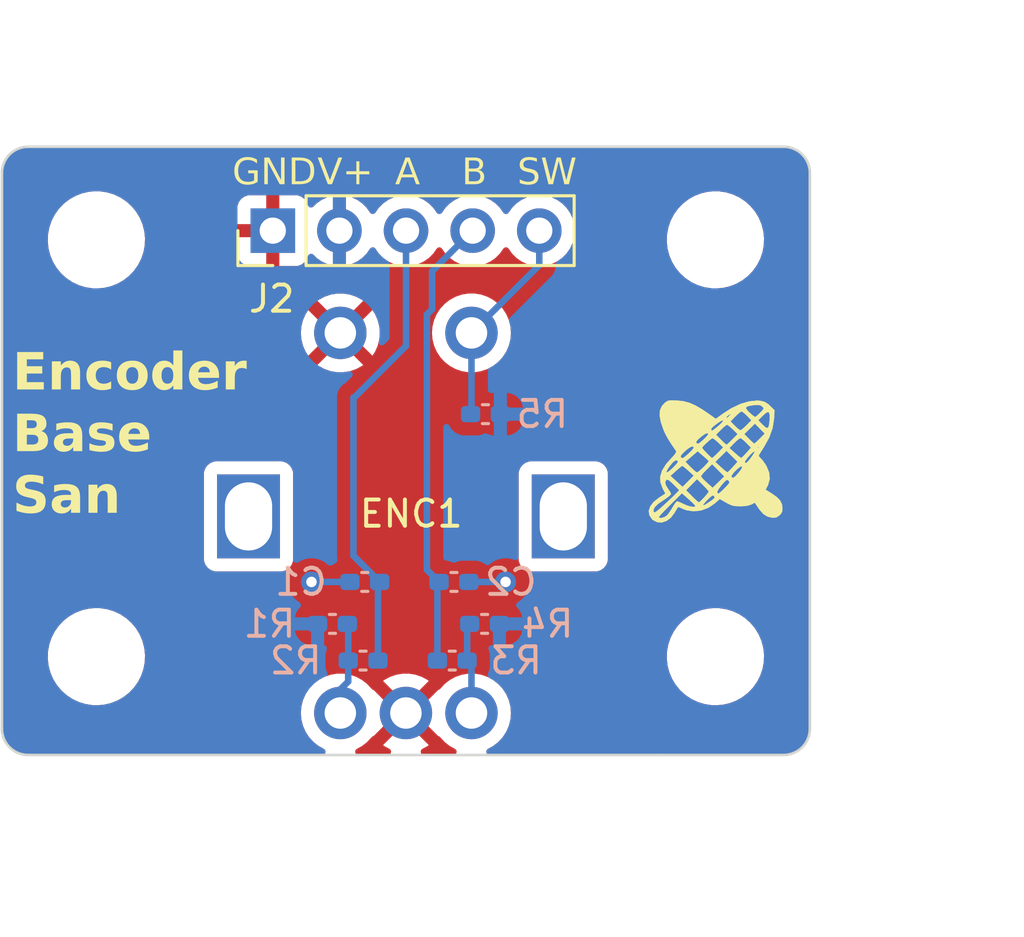
<source format=kicad_pcb>
(kicad_pcb (version 20221018) (generator pcbnew)
  (title_block (title "Encoder Base San") (date "2023-11-19") (rev "20231119") (company "Kinoshita Laboratory"))
  (layers (0 "F.Cu" signal) (31 "B.Cu" signal) (34 "B.Paste" user) (35 "F.Paste" user) (36 "B.SilkS" user "B.Silkscreen") (37 "F.SilkS" user "F.Silkscreen") (38 "B.Mask" user) (39 "F.Mask" user) (44 "Edge.Cuts" user))
  (net 0 "")
  (net 1 "A")
  (net 2 "GND")
  (net 3 "B")
  (net 4 "VCC1")
  (net 5 "Net-(ENC1-PadA)")
  (net 6 "Net-(ENC1-PadB)")
  (net 7 "SW")
  (footprint "MountingHole:MountingHole_3.2mm_M3" (layer "F.Cu") (at 47.4 39.95)
    (fp_text reference "H2" hide)
    (fp_text value "MountingHole" hide)
    (pad "" np_thru_hole circle (at 0 0) (size 3.2 3.2) (drill 3.2) (layers "*.Cu" "*.Mask"))
  )
  (footprint "custom_footprints:RotaryEncoder_Alps_12_with_switch" (layer "F.Cu") (at 59.2 50.5)
    (fp_text reference "ENC1" (at 0.2 -0.1 unlocked) (layer "F.SilkS"))
    (fp_text value "RotaryEncoder_Switch")
    (pad "" thru_hole rect (at -6 0) (size 2.4 3.2) (drill oval 1.8 2.6) (layers "*.Cu" "*.Mask"))
    (pad "" thru_hole rect (at 6 0) (size 2.4 3.2) (drill oval 1.8 2.6) (layers "*.Cu" "*.Mask"))
    (pad "A" thru_hole circle (at -2.5 7.5) (size 2 2) (drill 1.2) (layers "*.Cu" "*.Mask") (net 5 "Net-(ENC1-PadA)"))
    (pad "B" thru_hole circle (at 2.5 7.5) (size 2 2) (drill 1.2) (layers "*.Cu" "*.Mask") (net 6 "Net-(ENC1-PadB)"))
    (pad "C" thru_hole circle (at 0 7.5) (size 2 2) (drill 1.2) (layers "*.Cu" "*.Mask") (net 2 "GND"))
    (pad "S1" thru_hole circle (at -2.5 -7) (size 2 2) (drill 1.2) (layers "*.Cu" "*.Mask") (net 2 "GND"))
    (pad "S2" thru_hole circle (at 2.5 -7) (size 2 2) (drill 1.2) (layers "*.Cu" "*.Mask") (net 7 "SW"))
  )
  (footprint "MountingHole:MountingHole_3.2mm_M3" (layer "F.Cu") (at 71 39.95)
    (fp_text reference "H1" hide)
    (fp_text value "MountingHole" hide)
    (pad "" np_thru_hole circle locked (at 0 0) (size 3.2 3.2) (drill 3.2) (layers "*.Cu" "*.Mask"))
  )
  (footprint "MountingHole:MountingHole_3.2mm_M3" (layer "F.Cu") (at 47.4 55.85)
    (fp_text reference "H4" hide)
    (fp_text value "MountingHole" hide)
    (pad "" np_thru_hole circle (at 0 0) (size 3.2 3.2) (drill 3.2) (layers "*.Cu" "*.Mask"))
  )
  (footprint "Connector_PinHeader_2.54mm:PinHeader_1x05_P2.54mm_Vertical" (layer "F.Cu") (at 54.125 39.6 90)
    (fp_text reference "J2" (at -2.6 -0.04 180) (layer "F.SilkS"))
    (fp_text value "Conn_01x05")
    (fp_line (start -1.33 -1.33) (end 0 -1.33) (stroke (width 0.12)) (layer "F.SilkS"))
    (fp_line (start -1.33 0) (end -1.33 -1.33) (stroke (width 0.12)) (layer "F.SilkS"))
    (fp_line (start -1.33 1.27) (end -1.33 11.49) (stroke (width 0.12)) (layer "F.SilkS"))
    (fp_line (start -1.33 1.27) (end 1.33 1.27) (stroke (width 0.12)) (layer "F.SilkS"))
    (fp_line (start -1.33 11.49) (end 1.33 11.49) (stroke (width 0.12)) (layer "F.SilkS"))
    (fp_line (start 1.33 1.27) (end 1.33 11.49) (stroke (width 0.12)) (layer "F.SilkS"))
    (pad "1" thru_hole rect (at 0 0 90) (size 1.7 1.7) (drill 1) (layers "*.Cu" "*.Mask") (net 2 "GND"))
    (pad "2" thru_hole oval (at 0 2.54 90) (size 1.7 1.7) (drill 1) (layers "*.Cu" "*.Mask") (net 4 "VCC1"))
    (pad "3" thru_hole oval (at 0 5.08 90) (size 1.7 1.7) (drill 1) (layers "*.Cu" "*.Mask") (net 1 "A"))
    (pad "4" thru_hole oval (at 0 7.62 90) (size 1.7 1.7) (drill 1) (layers "*.Cu" "*.Mask") (net 3 "B"))
    (pad "5" thru_hole oval (at 0 10.16 90) (size 1.7 1.7) (drill 1) (layers "*.Cu" "*.Mask") (net 7 "SW"))
  )
  (footprint "MountingHole:MountingHole_3.2mm_M3" (layer "F.Cu") (at 71 55.85)
    (fp_text reference "H3" hide)
    (fp_text value "MountingHole" hide)
    (pad "" np_thru_hole circle (at 0 0) (size 3.2 3.2) (drill 3.2) (layers "*.Cu" "*.Mask"))
  )
  (footprint "my_footprint:kinoshita-logo_simplified_600dpi" (layer "F.Cu") (at 71 48.4)
    (fp_text reference "LOGO1" hide)
    (fp_text value "logo" hide)
    (fp_poly (pts (xy -1.571861 -2.325303) (xy -1.455546 -2.319804) (xy -1.217827 -2.292772) (xy -0.992627 -2.232784) (xy -0.761419 -2.13211) (xy -0.505671 -1.983021) (xy -0.277801 -1.828553) (xy 0.015898 -1.620546) (xy 0.10094 -1.68315) (xy 0.423333 -1.68315) (xy 0.434745 -1.653685) (xy 0.476674 -1.681563) (xy 0.533188 -1.741663) (xy 0.586821 -1.803936) (xy 0.580664 -1.810615) (xy 0.518583 -1.773813) (xy 0.447463 -1.719302) (xy 0.423333 -1.68315) (xy 0.10094 -1.68315) (xy 0.26513 -1.804019) (xy 0.606403 -2.024357) (xy 1.164747 -2.024357) (xy 1.217038 -1.943486) (xy 1.30011 -1.860074) (xy 1.402471 -1.76966) (xy 1.481926 -1.709107) (xy 1.513769 -1.693333) (xy 1.560947 -1.721333) (xy 1.643959 -1.793198) (xy 1.707068 -1.855056) (xy 1.796903 -1.949796) (xy 1.83422 -2.006475) (xy 1.82583 -2.047432) (xy 1.779876 -2.093802) (xy 1.714514 -2.137597) (xy 1.629787 -2.154074) (xy 1.497719 -2.147353) (xy 1.451203 -2.142199) (xy 1.277211 -2.115091) (xy 1.183265 -2.078684) (xy 1.164747 -2.024357) (xy 0.606403 -2.024357) (xy 0.608947 -2.025999) (xy 0.952148 -2.188349) (xy 1.283016 -2.28705) (xy 1.589831 -2.318084) (xy 1.731358 -2.306851) (xy 1.884556 -2.264667) (xy 2.019231 -2.176922) (xy 2.088657 -2.112303) (xy 2.254494 -1.946466) (xy 2.234321 -1.618816) (xy 2.177567 -1.261691) (xy 2.048885 -0.904385) (xy 1.843975 -0.535328) (xy 1.815982 -0.492592) (xy 1.734166 -0.365388) (xy 1.675138 -0.26579) (xy 1.651067 -0.214396) (xy 1.650999 -0.213404) (xy 1.679274 -0.165434) (xy 1.740576 -0.101811) (xy 1.812201 -0.019516) (xy 1.899141 0.104439) (xy 1.951846 0.1905) (xy 2.050122 0.432624) (xy 2.069045 0.672483) (xy 2.008021 0.899112) (xy 1.992064 0.931045) (xy 1.913344 1.078924) (xy 2.160302 1.235071) (xy 2.351603 1.37188) (xy 2.473318 1.502398) (xy 2.537384 1.643184) (xy 2.555426 1.783074) (xy 2.54519 1.913818) (xy 2.493303 2.007233) (xy 2.436494 2.061902) (xy 2.328678 2.134642) (xy 2.216267 2.152371) (xy 2.149738 2.146194) (xy 1.977396 2.102443) (xy 1.8338 2.013121) (xy 1.697888 1.863164) (xy 1.640336 1.781908) (xy 1.500999 1.575005) (xy 1.374916 1.643791) (xy 1.226489 1.691362) (xy 1.009889 1.712604) (xy 0.9525 1.713538) (xy 0.776249 1.708298) (xy 0.643591 1.684289) (xy 0.513868 1.631142) (xy 0.41051 1.575291) (xy 0.164853 1.436081) (xy -0.025755 1.603861) (xy -0.271711 1.771122) (xy -0.54503 1.872356) (xy -0.827792 1.904335) (xy -1.102079 1.863827) (xy -1.221707 1.819404) (xy -1.33193 1.770466) (xy -1.404428 1.740307) (xy -1.418749 1.735667) (xy -1.44432 1.769382) (xy -1.498377 1.857147) (xy -1.559069 1.962147) (xy -1.697795 2.146899) (xy -1.863239 2.270905) (xy -2.041276 2.330169) (xy -2.21778 2.320696) (xy -2.378624 2.238492) (xy -2.416257 2.20459) (xy -2.468735 2.126494) (xy -2.159 2.126494) (xy -2.126271 2.158725) (xy -2.046984 2.157267) (xy -1.949491 2.127888) (xy -1.862146 2.076357) (xy -1.847624 2.063138) (xy -1.773234 1.972263) (xy -1.684102 1.840736) (xy -1.627298 1.745681) (xy -1.554633 1.627933) (xy -1.49258 1.547622) (xy -1.4605 1.52422) (xy -1.401606 1.542238) (xy -1.295288 1.588427) (xy -1.209909 1.630011) (xy -1.06913 1.689282) (xy -0.934384 1.726049) (xy -0.826795 1.736881) (xy -0.767486 1.718347) (xy -0.762 1.702751) (xy -0.790984 1.662313) (xy -0.465667 1.662313) (xy -0.458411 1.680068) (xy -0.427647 1.672988) (xy -0.359879 1.634085) (xy -0.24161 1.556374) (xy -0.177692 1.513231) (xy -0.072415 1.435692) (xy -0.030056 1.382678) (xy -0.039254 1.338078) (xy -0.046997 1.327882) (xy -0.084366 1.301613) (xy -0.134542 1.316592) (xy -0.214354 1.381283) (xy -0.282055 1.446094) (xy -0.379297 1.547032) (xy -0.445862 1.626652) (xy -0.465667 1.662313) (xy -0.790984 1.662313) (xy -0.791684 1.661337) (xy -0.870569 1.58039) (xy -0.983403 1.47528) (xy -1.019907 1.442817) (xy -1.277813 1.215798) (xy -1.718407 1.654893) (xy -1.873818 1.811875) (xy -2.00519 1.948579) (xy -2.101922 2.053657) (xy -2.15341 2.11576) (xy -2.159 2.126494) (xy -2.468735 2.126494) (xy -2.518044 2.053115) (xy -2.540026 1.888405) (xy -2.527418 1.849557) (xy -2.36305 1.849557) (xy -2.354834 1.927533) (xy -2.331217 1.949642) (xy -2.283084 1.934477) (xy -2.200127 1.875466) (xy -2.072038 1.766041) (xy -1.999959 1.701347) (xy -1.843403 1.557626) (xy -1.693286 1.416388) (xy -1.571878 1.298738) (xy -1.525406 1.251723) (xy -1.380517 1.100814) (xy -1.118796 1.100814) (xy -0.888928 1.333574) (xy -0.7765 1.444022) (xy -0.686559 1.526106) (xy -0.635488 1.565028) (xy -0.631255 1.566334) (xy -0.590076 1.537581) (xy -0.511124 1.462861) (xy -0.428725 1.376779) (xy -0.336278 1.27128) (xy -0.272942 1.189046) (xy -0.257253 1.159259) (xy 0.069051 1.159259) (xy 0.080297 1.217195) (xy 0.120506 1.227667) (xy 0.163428 1.199617) (xy 0.247093 1.125879) (xy 0.353846 1.022066) (xy 0.359872 1.01596) (xy 0.467549 0.903164) (xy 0.522394 0.831596) (xy 0.533066 0.784283) (xy 0.508221 0.74425) (xy 0.501809 0.737667) (xy 0.462442 0.70904) (xy 0.419915 0.715397) (xy 0.358882 0.766382) (xy 0.263995 0.871642) (xy 0.235169 0.905244) (xy 0.12113 1.053995) (xy 0.069051 1.159259) (xy -0.257253 1.159259) (xy -0.254 1.153083) (xy -0.282106 1.108809) (xy -0.356305 1.023409) (xy -0.46142 0.914189) (xy -0.477714 0.898007) (xy -0.701427 0.677073) (xy -0.910111 0.888944) (xy -1.118796 1.100814) (xy -1.380517 1.100814) (xy -1.378644 1.098864) (xy -1.596814 0.880695) (xy -1.714353 0.768062) (xy -1.791397 0.709996) (xy -1.843352 0.697475) (xy -1.878864 0.715542) (xy -1.916019 0.797713) (xy -1.885398 0.920025) (xy -1.789087 1.074789) (xy -1.777154 1.090191) (xy -1.718215 1.179941) (xy -1.693337 1.247255) (xy -1.693334 1.247736) (xy -1.726943 1.292444) (xy -1.81629 1.366319) (xy -1.944156 1.455565) (xy -1.986795 1.48286) (xy -2.18768 1.622605) (xy -2.311691 1.743136) (xy -2.36305 1.849557) (xy -2.527418 1.849557) (xy -2.484585 1.717582) (xy -2.354094 1.54777) (xy -2.150933 1.386093) (xy -2.140827 1.379575) (xy -1.906361 1.229589) (xy -2.011514 1.031823) (xy -2.095691 0.803577) (xy -2.102448 0.575985) (xy -2.095377 0.553213) (xy -1.7145 0.553213) (xy -1.251748 0.975573) (xy -1.038624 0.760232) (xy -0.850262 0.569909) (xy -0.550349 0.569909) (xy -0.520787 0.618045) (xy -0.443083 0.702918) (xy -0.333736 0.806585) (xy -0.328099 0.811615) (xy -0.105834 1.009396) (xy 0.116912 0.791404) (xy 0.334366 0.578592) (xy 0.608058 0.578592) (xy 0.610957 0.588014) (xy 0.649905 0.627076) (xy 0.700526 0.618648) (xy 0.775526 0.555602) (xy 0.884328 0.434656) (xy 0.985415 0.302079) (xy 1.021637 0.217396) (xy 1.013842 0.192576) (xy 0.965332 0.197207) (xy 0.884025 0.250405) (xy 0.788782 0.333655) (xy 0.698465 0.428446) (xy 0.631936 0.516263) (xy 0.608058 0.578592) (xy 0.334366 0.578592) (xy 0.339658 0.573413) (xy 0.106899 0.340653) (xy -0.125861 0.107894) (xy -0.338097 0.316939) (xy -0.443546 0.426643) (xy -0.519526 0.516833) (xy -0.550281 0.568728) (xy -0.550349 0.569909) (xy -0.850262 0.569909) (xy -0.8255 0.54489) (xy -1.030679 0.357112) (xy -1.139303 0.261498) (xy -1.223438 0.194432) (xy -1.263513 0.17096) (xy -1.306734 0.198072) (xy -1.393282 0.267533) (xy -1.502834 0.3629) (xy -1.7145 0.553213) (xy -2.095377 0.553213) (xy -2.053783 0.419282) (xy -1.867916 0.419282) (xy -1.827574 0.416073) (xy -1.742169 0.356435) (xy -1.616884 0.241263) (xy -1.594354 0.218625) (xy -1.48801 0.10515) (xy -1.437115 0.032802) (xy -1.435844 0.017118) (xy -1.144124 0.017118) (xy -0.94407 0.220226) (xy -0.836825 0.323125) (xy -0.749421 0.396194) (xy -0.701546 0.423334) (xy -0.651807 0.395566) (xy -0.562713 0.322865) (xy -0.456538 0.223842) (xy -0.354187 0.119343) (xy -0.281367 0.037958) (xy -0.269972 0.021167) (xy -0.005595 0.021167) (xy 0.211822 0.22225) (xy 0.323494 0.32143) (xy 0.411327 0.39188) (xy 0.457139 0.419068) (xy 0.458036 0.419026) (xy 0.499186 0.387526) (xy 0.577857 0.309692) (xy 0.665475 0.215096) (xy 0.821774 0.04044) (xy 1.120663 0.04044) (xy 1.154132 0.06561) (xy 1.203101 0.042535) (xy 1.276909 -0.036694) (xy 1.384896 -0.17999) (xy 1.391081 -0.188588) (xy 1.459829 -0.292313) (xy 1.495139 -0.362171) (xy 1.493111 -0.381) (xy 1.43693 -0.351879) (xy 1.354051 -0.278388) (xy 1.262862 -0.181328) (xy 1.181746 -0.081506) (xy 1.129091 0.000276) (xy 1.120663 0.04044) (xy 0.821774 0.04044) (xy 0.844117 0.015473) (xy 0.633725 -0.191755) (xy 0.423333 -0.398984) (xy 0.208869 -0.188908) (xy -0.005595 0.021167) (xy -0.269972 0.021167) (xy -0.254 -0.002365) (xy -0.28393 -0.041256) (xy -0.362187 -0.116873) (xy -0.46562 -0.20752) (xy -0.67724 -0.38596) (xy -1.144124 0.017118) (xy -1.435844 0.017118) (xy -1.433397 -0.013047) (xy -1.451184 -0.034601) (xy -1.519687 -0.040267) (xy -1.615488 0.028948) (xy -1.734248 0.169392) (xy -1.792675 0.252836) (xy -1.858011 0.365168) (xy -1.867916 0.419282) (xy -2.053783 0.419282) (xy -2.030405 0.344007) (xy -1.878181 0.102603) (xy -1.702446 -0.095934) (xy -1.637958 -0.16487) (xy -1.322087 -0.16487) (xy -1.308998 -0.144147) (xy -1.272919 -0.120161) (xy -1.221402 -0.134258) (xy -1.139015 -0.194401) (xy -1.036203 -0.284931) (xy -0.927794 -0.390146) (xy -0.851625 -0.476899) (xy -0.827186 -0.520296) (xy -0.508 -0.520296) (xy -0.480454 -0.476307) (xy -0.411332 -0.395869) (xy -0.320912 -0.299921) (xy -0.229469 -0.209404) (xy -0.15728 -0.145259) (xy -0.127178 -0.127) (xy -0.087295 -0.154919) (xy -0.006416 -0.228082) (xy 0.096999 -0.329697) (xy 0.272052 -0.507424) (xy 0.532139 -0.507424) (xy 0.742319 -0.319109) (xy 0.852937 -0.223249) (xy 0.938856 -0.154779) (xy 0.980652 -0.128897) (xy 1.021172 -0.157241) (xy 1.098606 -0.232952) (xy 1.183137 -0.325052) (xy 1.35747 -0.523105) (xy 1.351522 -0.529166) (xy 1.608666 -0.529166) (xy 1.629833 -0.508) (xy 1.651 -0.529166) (xy 1.629833 -0.550333) (xy 1.608666 -0.529166) (xy 1.351522 -0.529166) (xy 1.17792 -0.706052) (xy 1.075356 -0.803351) (xy 0.991881 -0.869704) (xy 0.9525 -0.889) (xy 0.900844 -0.860762) (xy 0.812067 -0.787217) (xy 0.719383 -0.698212) (xy 0.532139 -0.507424) (xy 0.272052 -0.507424) (xy 0.296648 -0.532395) (xy 0.110011 -0.715566) (xy 0.00598 -0.809304) (xy -0.077639 -0.869615) (xy -0.117858 -0.883285) (xy -0.174789 -0.845798) (xy -0.263076 -0.772237) (xy -0.361178 -0.682645) (xy -0.447552 -0.597066) (xy -0.500653 -0.535542) (xy -0.508 -0.520296) (xy -0.827186 -0.520296) (xy -0.823154 -0.527454) (xy -0.823344 -0.529166) (xy -0.864306 -0.570773) (xy -0.950738 -0.547402) (xy -1.076853 -0.461466) (xy -1.161062 -0.388382) (xy -1.269006 -0.282843) (xy -1.319523 -0.213552) (xy -1.322087 -0.16487) (xy -1.637958 -0.16487) (xy -1.577838 -0.229135) (xy -1.511194 -0.319652) (xy -1.495171 -0.378685) (xy -1.503482 -0.39938) (xy -1.677539 -0.653708) (xy -1.741975 -0.756029) (xy -0.727972 -0.756029) (xy -0.726367 -0.709108) (xy -0.716223 -0.69435) (xy -0.678771 -0.669992) (xy -0.625485 -0.686651) (xy -0.53994 -0.752373) (xy -0.470778 -0.814569) (xy -0.368586 -0.915022) (xy -0.297798 -0.996605) (xy -0.286977 -1.016) (xy 0.024705 -1.016) (xy 0.211666 -0.8255) (xy 0.312377 -0.726544) (xy 0.38934 -0.657668) (xy 0.423155 -0.635) (xy 0.463038 -0.662919) (xy 0.543918 -0.736082) (xy 0.647332 -0.837697) (xy 0.846947 -1.04036) (xy 1.100677 -1.04036) (xy 1.278819 -0.858847) (xy 1.377155 -0.762514) (xy 1.451595 -0.696695) (xy 1.481666 -0.677333) (xy 1.52189 -0.705241) (xy 1.602222 -0.777992) (xy 1.693333 -0.867833) (xy 1.880294 -1.058333) (xy 1.693178 -1.248991) (xy 1.506061 -1.439649) (xy 1.303369 -1.240004) (xy 1.100677 -1.04036) (xy 0.846947 -1.04036) (xy 0.846982 -1.040395) (xy 0.665305 -1.218697) (xy 0.561857 -1.313758) (xy 0.478861 -1.378441) (xy 0.441128 -1.397) (xy 0.391289 -1.368815) (xy 0.303867 -1.295408) (xy 0.211666 -1.2065) (xy 0.024705 -1.016) (xy -0.286977 -1.016) (xy -0.275167 -1.037166) (xy -0.301887 -1.077791) (xy -0.380307 -1.054523) (xy -0.507815 -0.968422) (xy -0.571592 -0.916948) (xy -0.679701 -0.820197) (xy -0.727972 -0.756029) (xy -1.741975 -0.756029) (xy -1.807772 -0.860508) (xy -1.904581 -1.03728) (xy -1.974651 -1.192331) (xy -1.978374 -1.20304) (xy -0.163299 -1.20304) (xy -0.14169 -1.171801) (xy -0.101599 -1.18529) (xy -0.021368 -1.240676) (xy 0.078497 -1.320774) (xy 0.177488 -1.408398) (xy 0.255101 -1.486363) (xy 0.282867 -1.524227) (xy 0.575261 -1.524227) (xy 0.740722 -1.35478) (xy 0.839559 -1.261425) (xy 0.919437 -1.199881) (xy 0.952277 -1.185333) (xy 1.004075 -1.213573) (xy 1.092926 -1.287109) (xy 1.185221 -1.375719) (xy 1.372071 -1.566106) (xy 1.370496 -1.567719) (xy 1.632464 -1.567719) (xy 1.798428 -1.397756) (xy 1.904704 -1.300082) (xy 1.977139 -1.268043) (xy 2.023544 -1.306627) (xy 2.051726 -1.420821) (xy 2.066319 -1.568854) (xy 2.071177 -1.751982) (xy 2.050459 -1.85618) (xy 1.999747 -1.884497) (xy 1.914621 -1.839983) (xy 1.810318 -1.745573) (xy 1.632464 -1.567719) (xy 1.370496 -1.567719) (xy 1.206611 -1.735553) (xy 1.107773 -1.828908) (xy 1.027895 -1.890452) (xy 0.995056 -1.905) (xy 0.943258 -1.87676) (xy 0.854407 -1.803224) (xy 0.762111 -1.714614) (xy 0.575261 -1.524227) (xy 0.282867 -1.524227) (xy 0.289277 -1.532968) (xy 0.284487 -1.566577) (xy 0.223403 -1.547584) (xy 0.113354 -1.479255) (xy 0.027254 -1.416227) (xy -0.094864 -1.317617) (xy -0.155228 -1.251116) (xy -0.163299 -1.20304) (xy -1.978374 -1.20304) (xy -2.079915 -1.495062) (xy -2.125864 -1.744652) (xy -2.112224 -1.948645) (xy -2.03872 -2.114585) (xy -1.937099 -2.224615) (xy -1.864506 -2.280629) (xy -1.795685 -2.31287) (xy -1.706261 -2.326155) (xy -1.571861 -2.325303)) (stroke (width 0.01)) (fill solid) (layer "F.SilkS"))
  )
  (footprint "Capacitor_SMD:C_0402_1005Metric_Pad0.74x0.62mm_HandSolder" (layer "B.Cu") (at 57.6325 53 180)
    (fp_text reference "C1" (at 2.4325 0 180) (layer "B.SilkS") (effects (justify mirror)))
    (fp_text value "0.01u")
    (fp_line (start -0.115835 -0.36) (end 0.115835 -0.36) (stroke (width 0.12)) (layer "B.SilkS"))
    (fp_line (start -0.115835 0.36) (end 0.115835 0.36) (stroke (width 0.12)) (layer "B.SilkS"))
    (pad "1" smd roundrect (at -0.5675 0 180) (size 0.735 0.62) (layers "B.Cu" "B.Paste" "B.Mask") (net 1 "A"))
    (pad "2" smd roundrect (at 0.5675 0 180) (size 0.735 0.62) (layers "B.Cu" "B.Paste" "B.Mask") (net 2 "GND"))
  )
  (footprint "Capacitor_SMD:C_0402_1005Metric_Pad0.74x0.62mm_HandSolder" (layer "B.Cu") (at 57.5675 56 180)
    (fp_text reference "R2" (at 2.5675 0) (layer "B.SilkS") (effects (justify mirror)))
    (fp_text value "10k")
    (fp_line (start -0.115835 -0.36) (end 0.115835 -0.36) (stroke (width 0.12)) (layer "B.SilkS"))
    (fp_line (start -0.115835 0.36) (end 0.115835 0.36) (stroke (width 0.12)) (layer "B.SilkS"))
    (pad "1" smd roundrect (at -0.5675 0 180) (size 0.735 0.62) (layers "B.Cu" "B.Paste" "B.Mask") (net 1 "A"))
    (pad "2" smd roundrect (at 0.5675 0 180) (size 0.735 0.62) (layers "B.Cu" "B.Paste" "B.Mask") (net 5 "Net-(ENC1-PadA)"))
  )
  (footprint "Capacitor_SMD:C_0402_1005Metric_Pad0.74x0.62mm_HandSolder" (layer "B.Cu") (at 62.2 54.6 180)
    (fp_text reference "R4" (at -2.4 0) (layer "B.SilkS") (effects (justify mirror)))
    (fp_text value "10k")
    (fp_line (start -0.115835 -0.36) (end 0.115835 -0.36) (stroke (width 0.12)) (layer "B.SilkS"))
    (fp_line (start -0.115835 0.36) (end 0.115835 0.36) (stroke (width 0.12)) (layer "B.SilkS"))
    (pad "1" smd roundrect (at -0.5675 0 180) (size 0.735 0.62) (layers "B.Cu" "B.Paste" "B.Mask") (net 4 "VCC1"))
    (pad "2" smd roundrect (at 0.5675 0 180) (size 0.735 0.62) (layers "B.Cu" "B.Paste" "B.Mask") (net 6 "Net-(ENC1-PadB)"))
  )
  (footprint "Capacitor_SMD:C_0402_1005Metric_Pad0.74x0.62mm_HandSolder" (layer "B.Cu") (at 56.4 54.6)
    (fp_text reference "R1" (at -2.4 0) (layer "B.SilkS") (effects (justify mirror)))
    (fp_text value "10k")
    (fp_line (start -0.115835 -0.36) (end 0.115835 -0.36) (stroke (width 0.12)) (layer "B.SilkS"))
    (fp_line (start -0.115835 0.36) (end 0.115835 0.36) (stroke (width 0.12)) (layer "B.SilkS"))
    (pad "1" smd roundrect (at -0.5675 0) (size 0.735 0.62) (layers "B.Cu" "B.Paste" "B.Mask") (net 4 "VCC1"))
    (pad "2" smd roundrect (at 0.5675 0) (size 0.735 0.62) (layers "B.Cu" "B.Paste" "B.Mask") (net 5 "Net-(ENC1-PadA)"))
  )
  (footprint "Capacitor_SMD:C_0402_1005Metric_Pad0.74x0.62mm_HandSolder" (layer "B.Cu") (at 61.0325 53)
    (fp_text reference "C2" (at 2.1675 0) (layer "B.SilkS") (effects (justify mirror)))
    (fp_text value "0.01u")
    (fp_line (start -0.115835 -0.36) (end 0.115835 -0.36) (stroke (width 0.12)) (layer "B.SilkS"))
    (fp_line (start -0.115835 0.36) (end 0.115835 0.36) (stroke (width 0.12)) (layer "B.SilkS"))
    (pad "1" smd roundrect (at -0.5675 0) (size 0.735 0.62) (layers "B.Cu" "B.Paste" "B.Mask") (net 3 "B"))
    (pad "2" smd roundrect (at 0.5675 0) (size 0.735 0.62) (layers "B.Cu" "B.Paste" "B.Mask") (net 2 "GND"))
  )
  (footprint "Capacitor_SMD:C_0402_1005Metric_Pad0.74x0.62mm_HandSolder" (layer "B.Cu") (at 62.2325 46.6 180)
    (fp_text reference "R5" (at -2.1675 0) (layer "B.SilkS") (effects (justify mirror)))
    (fp_text value "10k")
    (fp_line (start -0.115835 -0.36) (end 0.115835 -0.36) (stroke (width 0.12)) (layer "B.SilkS"))
    (fp_line (start -0.115835 0.36) (end 0.115835 0.36) (stroke (width 0.12)) (layer "B.SilkS"))
    (pad "1" smd roundrect (at -0.5675 0 180) (size 0.735 0.62) (layers "B.Cu" "B.Paste" "B.Mask") (net 4 "VCC1"))
    (pad "2" smd roundrect (at 0.5675 0 180) (size 0.735 0.62) (layers "B.Cu" "B.Paste" "B.Mask") (net 7 "SW"))
  )
  (footprint "Capacitor_SMD:C_0402_1005Metric_Pad0.74x0.62mm_HandSolder" (layer "B.Cu") (at 60.9675 56)
    (fp_text reference "R3" (at 2.4325 0) (layer "B.SilkS") (effects (justify mirror)))
    (fp_text value "10k")
    (fp_line (start -0.115835 -0.36) (end 0.115835 -0.36) (stroke (width 0.12)) (layer "B.SilkS"))
    (fp_line (start -0.115835 0.36) (end 0.115835 0.36) (stroke (width 0.12)) (layer "B.SilkS"))
    (pad "1" smd roundrect (at -0.5675 0) (size 0.735 0.62) (layers "B.Cu" "B.Paste" "B.Mask") (net 3 "B"))
    (pad "2" smd roundrect (at 0.5675 0) (size 0.735 0.62) (layers "B.Cu" "B.Paste" "B.Mask") (net 6 "Net-(ENC1-PadB)"))
  )
  (gr_arc (start 43.8 37.4) (mid 44.092893 36.692893) (end 44.8 36.4) (stroke (width 0.1)) (layer "Edge.Cuts"))
  (gr_line (start 43.8 37.4) (end 43.8 58.6) (stroke (width 0.1)) (layer "Edge.Cuts"))
  (gr_arc (start 73.6 36.4) (mid 74.307107 36.692893) (end 74.6 37.4) (stroke (width 0.1)) (layer "Edge.Cuts"))
  (gr_line (start 74.6 57.2) (end 74.6 58.6) (stroke (width 0.1)) (layer "Edge.Cuts"))
  (gr_line (start 74.6 37.4) (end 74.6 57.2) (stroke (width 0.1)) (layer "Edge.Cuts"))
  (gr_line (start 69 59.6) (end 56.2 59.6) (stroke (width 0.1)) (layer "Edge.Cuts"))
  (gr_arc (start 74.6 58.6) (mid 74.307107 59.307107) (end 73.6 59.6) (stroke (width 0.1)) (layer "Edge.Cuts"))
  (gr_line (start 73.6 59.6) (end 69 59.6) (stroke (width 0.1)) (layer "Edge.Cuts"))
  (gr_line (start 56.2 59.6) (end 44.8 59.6) (stroke (width 0.1)) (layer "Edge.Cuts"))
  (gr_line (start 73.6 36.4) (end 44.8 36.4) (stroke (width 0.1)) (layer "Edge.Cuts"))
  (gr_arc (start 44.8 59.6) (mid 44.092893 59.307107) (end 43.8 58.6) (stroke (width 0.1)) (layer "Edge.Cuts"))
  (gr_text "GND" (at 52.579707 38) (layer "F.SilkS") (effects (font (size 1 1)) (justify left bottom)))
  (gr_text "V+" (at 55.824805 38) (layer "F.SilkS") (effects (font (size 1 1)) (justify left bottom)))
  (gr_text "B" (at 61.324903 38) (layer "F.SilkS") (effects (font (size 1 1)) (justify left bottom)))
  (gr_text "A" (at 58.784903 38) (layer "F.SilkS") (effects (font (size 1 1)) (justify left bottom)))
  (gr_text "SW" (at 63.444805 38) (layer "F.SilkS") (effects (font (size 1 1)) (justify left bottom)))
  (gr_text "Encoder\nBase\nSan" (at 44.2 50.6) (layer "F.SilkS") (effects (font (size 1.4 1.4) (thickness 0.3) bold) (justify left bottom)))
  (segment (start 59.205 43.995) (end 59.205 39.6) (width 0.25) (layer "B.Cu") (net 1))
  (segment (start 58.135 56) (end 58.135 53.065) (width 0.25) (layer "B.Cu") (net 1))
  (segment (start 58.135 53.065) (end 58.2 53) (width 0.25) (layer "B.Cu") (net 1))
  (segment (start 57.2 45.96431) (end 57.23569 45.96431) (width 0.25) (layer "B.Cu") (net 1))
  (segment (start 57.23569 45.96431) (end 59.205 43.995) (width 0.25) (layer "B.Cu") (net 1))
  (segment (start 58.2 53) (end 57.2 52) (width 0.25) (layer "B.Cu") (net 1))
  (segment (start 57.2 52) (end 57.2 45.96431) (width 0.25) (layer "B.Cu") (net 1))
  (via (at 55.6 53) (size 0.8) (drill 0.4) (layers "F.Cu" "B.Cu") (net 2))
  (via (at 63 53) (size 0.8) (drill 0.4) (layers "F.Cu" "B.Cu") (net 2))
  (segment (start 61.6 53) (end 63 53) (width 0.25) (layer "B.Cu") (net 2))
  (segment (start 57.065 53) (end 55.6 53) (width 0.25) (layer "B.Cu") (net 2))
  (segment (start 60.465 53) (end 60 52.535) (width 0.25) (layer "B.Cu") (net 3))
  (segment (start 61.745 39.6) (end 60.2 41.145) (width 0.25) (layer "B.Cu") (net 3))
  (segment (start 60 52.535) (end 60 48.8) (width 0.25) (layer "B.Cu") (net 3))
  (segment (start 60 42.8) (end 60 48.8) (width 0.25) (layer "B.Cu") (net 3))
  (segment (start 60.2 41.145) (end 60.2 42.6) (width 0.25) (layer "B.Cu") (net 3))
  (segment (start 60.4 56) (end 60.4 53.065) (width 0.25) (layer "B.Cu") (net 3))
  (segment (start 60.4 53.065) (end 60.465 53) (width 0.25) (layer "B.Cu") (net 3))
  (segment (start 60.2 42.6) (end 60 42.8) (width 0.25) (layer "B.Cu") (net 3))
  (segment (start 56.7 58) (end 56.7 57.1) (width 0.25) (layer "B.Cu") (net 5))
  (segment (start 57 56) (end 57 54.6325) (width 0.25) (layer "B.Cu") (net 5))
  (segment (start 57 56.8) (end 57 56) (width 0.25) (layer "B.Cu") (net 5))
  (segment (start 57 54.6325) (end 56.9675 54.6) (width 0.25) (layer "B.Cu") (net 5))
  (segment (start 56.7 57.1) (end 57 56.8) (width 0.25) (layer "B.Cu") (net 5))
  (segment (start 61.7 56.165) (end 61.535 56) (width 0.25) (layer "B.Cu") (net 6))
  (segment (start 61.535 56) (end 61.535 54.6975) (width 0.25) (layer "B.Cu") (net 6))
  (segment (start 61.7 58) (end 61.7 56.165) (width 0.25) (layer "B.Cu") (net 6))
  (segment (start 61.535 54.6975) (end 61.6325 54.6) (width 0.25) (layer "B.Cu") (net 6))
  (segment (start 64.285 40.915) (end 64.285 39.6) (width 0.25) (layer "B.Cu") (net 7))
  (segment (start 61.665 46.6) (end 61.7 46.565) (width 0.25) (layer "B.Cu") (net 7))
  (segment (start 61.7 43.5) (end 64.285 40.915) (width 0.25) (layer "B.Cu") (net 7))
  (segment (start 61.7 46.565) (end 61.7 43.5) (width 0.25) (layer "B.Cu") (net 7))
  (zone (net 2) (net_name "GND") (layer "F.Cu") (connect_pads (clearance 0.5)) (min_thickness 0.25) (fill yes (thermal_gap 0.5) (thermal_bridge_width 0.5))
    (polygon (pts (xy 43.8 36.4) (xy 74.6 36.4) (xy 74.6 59.6) (xy 43.8 59.6)))
  )
  (zone (net 4) (net_name "VCC1") (layer "B.Cu") (priority 1) (connect_pads (clearance 0.5)) (min_thickness 0.25) (fill yes (thermal_gap 0.5) (thermal_bridge_width 0.5))
    (polygon (pts (xy 43.8 36.4) (xy 74.6 36.4) (xy 74.6 59.6) (xy 43.8 59.6)))
  )
)
</source>
